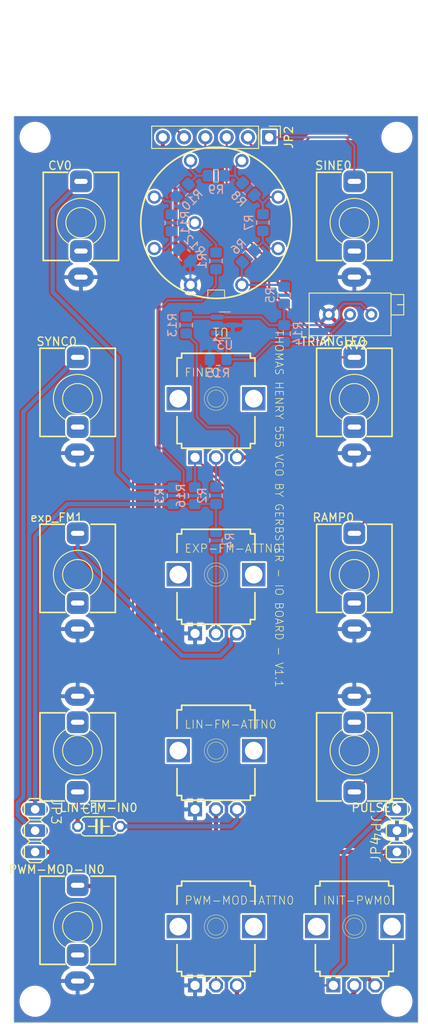
<source format=kicad_pcb>
(kicad_pcb (version 20240108) (generator "pcbnew") (generator_version "8.0")
  (layers (0 "F.Cu" signal) (31 "B.Cu" signal) (34 "B.Paste" user) (35 "F.Paste" user) (36 "B.SilkS" user "B.Silkscreen") (37 "F.SilkS" user "F.Silkscreen") (38 "B.Mask" user) (39 "F.Mask" user) (44 "Edge.Cuts" user))
  (net 0 "")
  (net 1 "GND")
  (net 2 "+12V")
  (net 3 "-12V")
  (net 4 "Net-(C1-Pad1)")
  (net 5 "Net-(LIN-FM-ATTN0-E)")
  (net 6 "Net-(CV0-PadT)")
  (net 8 "Net-(EXP-FM-ATTN0-S)")
  (net 9 "Net-(FINE0-S)")
  (net 10 "/PULSE-WIDTH")
  (net 11 "/RAMP-OUT")
  (net 12 "/SINE-OUT")
  (net 13 "/PWM-IN")
  (net 14 "/PULSE-OUT")
  (net 15 "/TRI-OUT")
  (net 16 "/HARD-SYNC")
  (net 17 "/MULTI-IN")
  (net 18 "/LIN-FM")
  (net 19 "Net-(PWM-MOD-ATTN0-E)")
  (net 20 "Net-(U1-8_CW)")
  (net 21 "Net-(U3-K)")
  (net 22 "Net-(R6-Pad1)")
  (net 23 "Net-(R7-Pad1)")
  (net 24 "Net-(R8-Pad1)")
  (net 25 "Net-(R10-Pad2)")
  (net 26 "Net-(R10-Pad1)")
  (net 27 "Net-(R11-Pad1)")
  (net 28 "Net-(U3-REF)")
  (net 36 "Net-(U1-C)")
  (net 37 "Net-(EXP-FM-ATTN0-E)")
  (footprint "AudioJacks:Jack_3.5mm_QingPu_WQP-PJ398SM_Vertical" (layer "F.Cu") (at 150.74 113.385 180)
    (property "Reference" "PULSE0" (at -2.5 -6.8 180) (layer "F.SilkS"))
    (property "Value" "PJ301BMPJ301BM")
    (pad "S" thru_hole oval (at 0 6.48 180) (size 3.1 2.3) (drill oval 1.6 0.6) (layers "*.Cu" "*.Mask") (net 1 "GND"))
    (pad "T" thru_hole roundrect (at 0 -4.92 180) (size 2.6 2.6) (drill oval 1.6 0.6) (layers "*.Cu" "*.Mask") (net 14 "/PULSE-OUT"))
    (pad "TN" thru_hole roundrect (at 0 3.38 180) (size 2.6 2.6) (drill oval 1.6 0.6) (layers "*.Cu" "*.Mask"))
  )
  (footprint "" (layer "F.Cu") (at 155.82 143.23 -90)
    (property "Reference" "@HOLE3" (hide yes))
    (property "Value" "")
    (pad "" np_thru_hole circle (at 0 0 270) (size 3.2131 3.2131) (drill 3.2131) (layers "*.Cu" "*.Mask"))
  )
  (footprint "AudioJacks:Jack_3.5mm_QingPu_WQP-PJ398SM_Vertical" (layer "F.Cu") (at 117.72 92.43)
    (property "Reference" "exp_FM1" (at -2.5 -6.8 0) (layer "F.SilkS"))
    (property "Value" "PJ301BMPJ301BM")
    (pad "S" thru_hole oval (at 0 6.48) (size 3.1 2.3) (drill oval 1.6 0.6) (layers "*.Cu" "*.Mask") (net 1 "GND"))
    (pad "T" thru_hole roundrect (at 0 -4.92) (size 2.6 2.6) (drill oval 1.6 0.6) (layers "*.Cu" "*.Mask") (net 37 "Net-(EXP-FM-ATTN0-E)"))
    (pad "TN" thru_hole roundrect (at 0 3.38) (size 2.6 2.6) (drill oval 1.6 0.6) (layers "*.Cu" "*.Mask"))
  )
  (footprint "AudioJacks:Jack_3.5mm_QingPu_WQP-PJ398SM_Vertical" (layer "F.Cu") (at 117.72 134.34)
    (property "Reference" "PWM-MOD-IN0" (at -2.5 -6.8 0) (layer "F.SilkS"))
    (property "Value" "PJ301BMPJ301BM")
    (pad "S" thru_hole oval (at 0 6.48) (size 3.1 2.3) (drill oval 1.6 0.6) (layers "*.Cu" "*.Mask") (net 1 "GND"))
    (pad "T" thru_hole roundrect (at 0 -4.92) (size 2.6 2.6) (drill oval 1.6 0.6) (layers "*.Cu" "*.Mask") (net 19 "Net-(PWM-MOD-ATTN0-E)"))
    (pad "TN" thru_hole roundrect (at 0 3.38) (size 2.6 2.6) (drill oval 1.6 0.6) (layers "*.Cu" "*.Mask"))
  )
  (footprint "ioboard:EVUF" (layer "F.Cu") (at 134.23 134.34)
    (property "Reference" "PWM-MOD-ATTN0" (at -3.81 -2.54 0) (layer "F.SilkS") (effects (font (size 0.981456 0.981456) (thickness 0.085344)) (justify left bottom)))
    (property "Value" "100k")
    (pad "1" thru_hole rect (at -2.5 7 270) (size 1.6764 1.6764) (drill 1.1) (layers "*.Cu" "*.Mask") (net 1 "GND"))
    (pad "2" thru_hole roundrect (at 0 7 270) (size 1.6764 1.6764) (drill 1.1) (layers "*.Cu" "*.Mask") (chamfer_ratio 0.2928932188) (chamfer top_left top_right bottom_left bottom_right) (net 13 "/PWM-IN"))
    (pad "3" thru_hole roundrect (at 2.5 7 270) (size 1.6764 1.6764) (drill 1.1) (layers "*.Cu" "*.Mask") (chamfer_ratio 0.2928932188) (chamfer top_left top_right bottom_left bottom_right) (net 19 "Net-(PWM-MOD-ATTN0-E)"))
    (pad "M1" thru_hole rect (at 4.5 0 270) (size 2.8 2.8) (drill 2.1) (layers "*.Cu" "*.Mask"))
    (pad "M2" thru_hole rect (at -4.5 0 270) (size 2.8 2.8) (drill 2.1) (layers "*.Cu" "*.Mask"))
  )
  (footprint "AudioJacks:Jack_3.5mm_QingPu_WQP-PJ398SM_Vertical" (layer "F.Cu") (at 117.72 113.385 180)
    (property "Reference" "LIN-FM-IN0" (at -2.5 -6.8 0) (layer "F.SilkS"))
    (property "Value" "PJ301BMPJ301BM")
    (pad "S" thru_hole oval (at 0 6.48 180) (size 3.1 2.3) (drill oval 1.6 0.6) (layers "*.Cu" "*.Mask") (net 1 "GND"))
    (pad "T" thru_hole roundrect (at 0 -4.92 180) (size 2.6 2.6) (drill oval 1.6 0.6) (layers "*.Cu" "*.Mask") (net 4 "Net-(C1-Pad1)"))
    (pad "TN" thru_hole roundrect (at 0 3.38 180) (size 2.6 2.6) (drill oval 1.6 0.6) (layers "*.Cu" "*.Mask"))
  )
  (footprint "1UserLibrary:RS16_8PST_Rotary_Switch" (layer "F.Cu") (at 134.255037 50.533468 180)
    (property "Reference" "U1" (at -0.5 -13 180) (layer "F.SilkS") (effects (font (thickness 0.1))))
    (property "Value" "~")
    (pad "1" thru_hole circle (at 3.061468 -7.391037 180) (size 1.6 1.6) (drill 1) (layers "*.Cu" "*.Mask") (net 1 "GND"))
    (pad "2" thru_hole circle (at 7.391037 -3.061468 180) (size 1.6 1.6) (drill 1) (layers "*.Cu" "*.Mask") (net 27 "Net-(R11-Pad1)"))
    (pad "3" thru_hole circle (at 7.391037 3.061468 180) (size 1.6 1.6) (drill 1) (layers "*.Cu" "*.Mask") (net 26 "Net-(R10-Pad1)"))
    (pad "4" thru_hole circle (at 3.061468 7.391037 180) (size 1.6 1.6) (drill 1) (layers "*.Cu" "*.Mask") (net 25 "Net-(R10-Pad2)"))
    (pad "5" thru_hole circle (at -3.061468 7.391037 180) (size 1.6 1.6) (drill 1) (layers "*.Cu" "*.Mask") (net 24 "Net-(R8-Pad1)"))
    (pad "6" thru_hole circle (at -7.391037 3.061468 180) (size 1.6 1.6) (drill 1) (layers "*.Cu" "*.Mask") (net 23 "Net-(R7-Pad1)"))
    (pad "7" thru_hole circle (at -7.391037 -3.061468 180) (size 1.6 1.6) (drill 1) (layers "*.Cu" "*.Mask") (net 22 "Net-(R6-Pad1)"))
    (pad "8" thru_hole circle (at -3.061468 -7.391037 180) (size 1.6 1.6) (drill 1) (layers "*.Cu" "*.Mask") (net 20 "Net-(U1-8_CW)"))
    (pad "9" thru_hole circle (at 2.56 0 180) (size 1.6 1.6) (drill 1) (layers "*.Cu" "*.Mask") (net 36 "Net-(U1-C)"))
  )
  (footprint "ioboard:1X03" (layer "F.Cu") (at 155.82 122.91 90)
    (property "Reference" "JP4" (at -3.8862 -1.8288 90) (layer "F.SilkS") (effects (font (size 1.143 1.143) (thickness 0.127)) (justify left bottom)))
    (property "Value" "PINHD-1X3")
    (pad "1" thru_hole oval (at -2.54 0 180) (size 3.048 1.524) (drill 1.016) (layers "*.Cu" "*.Mask") (net 2 "+12V"))
    (pad "2" thru_hole oval (at 0 0 180) (size 3.048 1.524) (drill 1.016) (layers "*.Cu" "*.Mask") (net 1 "GND"))
    (pad "3" thru_hole oval (at 2.54 0 180) (size 3.048 1.524) (drill 1.016) (layers "*.Cu" "*.Mask") (net 3 "-12V"))
  )
  (footprint "Potentiometer_THT:Potentiometer_Bourns_3296X_Horizontal" (layer "F.Cu") (at 147.692 61.442 180)
    (property "Reference" "RV2" (at -3.3 -3.66 180) (layer "F.SilkS"))
    (property "Value" "R_10k_Trim")
    (pad "1" thru_hole circle (at 0 0 180) (size 1.44 1.44) (drill 0.8) (layers "*.Cu" "*.Mask") (net 1 "GND"))
    (pad "2" thru_hole circle (at -2.54 0 180) (size 1.44 1.44) (drill 0.8) (layers "*.Cu" "*.Mask") (net 28 "Net-(U3-REF)"))
    (pad "3" thru_hole circle (at -5.08 0 180) (size 1.44 1.44) (drill 0.8) (layers "*.Cu" "*.Mask") (net 21 "Net-(U3-K)"))
  )
  (footprint "AudioJacks:Jack_3.5mm_QingPu_WQP-PJ398SM_Vertical" (layer "F.Cu") (at 150.74 71.475)
    (property "Reference" "TRIANGLE0" (at -2.5 -6.8 0) (layer "F.SilkS"))
    (property "Value" "PJ301BMPJ301BM")
    (pad "S" thru_hole oval (at 0 6.48) (size 3.1 2.3) (drill oval 1.6 0.6) (layers "*.Cu" "*.Mask") (net 1 "GND"))
    (pad "T" thru_hole roundrect (at 0 -4.92) (size 2.6 2.6) (drill oval 1.6 0.6) (layers "*.Cu" "*.Mask") (net 15 "/TRI-OUT"))
    (pad "TN" thru_hole roundrect (at 0 3.38) (size 2.6 2.6) (drill oval 1.6 0.6) (layers "*.Cu" "*.Mask"))
  )
  (footprint "Connector_PinHeader_2.54mm:PinHeader_1x06_P2.54mm_Vertical" (layer "F.Cu") (at 140.581489 40.35107 -90)
    (property "Reference" "JP2" (at 0 -2.33 90) (layer "F.SilkS"))
    (property "Value" "PINHD-1X6")
    (pad "1" thru_hole rect (at 0 0 270) (size 1.7 1.7) (drill 1) (layers "*.Cu" "*.Mask") (net 12 "/SINE-OUT"))
    (pad "2" thru_hole oval (at 0 2.54 270) (size 1.7 1.7) (drill 1) (layers "*.Cu" "*.Mask") (net 14 "/PULSE-OUT"))
    (pad "3" thru_hole oval (at 0 5.08 270) (size 1.7 1.7) (drill 1) (layers "*.Cu" "*.Mask") (net 11 "/RAMP-OUT"))
    (pad "4" thru_hole oval (at 0 7.62 270) (size 1.7 1.7) (drill 1) (layers "*.Cu" "*.Mask") (net 15 "/TRI-OUT"))
    (pad "5" thru_hole oval (at 0 10.16 270) (size 1.7 1.7) (drill 1) (layers "*.Cu" "*.Mask") (net 13 "/PWM-IN"))
    (pad "6" thru_hole oval (at 0 12.7 270) (size 1.7 1.7) (drill 1) (layers "*.Cu" "*.Mask") (net 10 "/PULSE-WIDTH"))
  )
  (footprint "ioboard:EVUF" (layer "F.Cu") (at 150.74 134.34)
    (property "Reference" "INIT-PWM0" (at -3.81 -2.54 0) (layer "F.SilkS") (effects (font (size 0.981456 0.981456) (thickness 0.085344)) (justify left bottom)))
    (property "Value" "100k")
    (pad "1" thru_hole rect (at -2.5 7 270) (size 1.6764 1.6764) (drill 1.1) (layers "*.Cu" "*.Mask") (net 3 "-12V"))
    (pad "2" thru_hole roundrect (at 0 7 270) (size 1.6764 1.6764) (drill 1.1) (layers "*.Cu" "*.Mask") (chamfer_ratio 0.2928932188) (chamfer top_left top_right bottom_left bottom_right) (net 10 "/PULSE-WIDTH"))
    (pad "3" thru_hole roundrect (at 2.5 7 270) (size 1.6764 1.6764) (drill 1.1) (layers "*.Cu" "*.Mask") (chamfer_ratio 0.2928932188) (chamfer top_left top_right bottom_left bottom_right) (net 2 "+12V"))
    (pad "M1" thru_hole rect (at 4.5 0 270) (size 2.8 2.8) (drill 2.1) (layers "*.Cu" "*.Mask"))
    (pad "M2" thru_hole rect (at -4.5 0 270) (size 2.8 2.8) (drill 2.1) (layers "*.Cu" "*.Mask"))
  )
  (footprint "" (layer "F.Cu") (at 155.82 40.36 -90)
    (property "Reference" "@HOLE0" (hide yes))
    (property "Value" "")
    (pad "" np_thru_hole circle (at 0 0 270) (size 3.2131 3.2131) (drill 3.2131) (layers "*.Cu" "*.Mask"))
  )
  (footprint "ioboard:EVUF" (layer "F.Cu") (at 134.23 92.43)
    (property "Reference" "EXP-FM-ATTN0" (at -3.81 -2.54 0) (layer "F.SilkS") (effects (font (size 0.981456 0.981456) (thickness 0.085344)) (justify left bottom)))
    (property "Value" "100k")
    (pad "1" thru_hole rect (at -2.5 7 270) (size 1.6764 1.6764) (drill 1.1) (layers "*.Cu" "*.Mask") (net 1 "GND"))
    (pad "2" thru_hole roundrect (at 0 7 270) (size 1.6764 1.6764) (drill 1.1) (layers "*.Cu" "*.Mask") (chamfer_ratio 0.2928932188) (chamfer top_left top_right bottom_left bottom_right) (net 8 "Net-(EXP-FM-ATTN0-S)"))
    (pad "3" thru_hole roundrect (at 2.5 7 270) (size 1.6764 1.6764) (drill 1.1) (layers "*.Cu" "*.Mask") (chamfer_ratio 0.2928932188) (chamfer top_left top_right bottom_left bottom_right) (net 37 "Net-(EXP-FM-ATTN0-E)"))
    (pad "M1" thru_hole rect (at 4.5 0 270) (size 2.8 2.8) (drill 2.1) (layers "*.Cu" "*.Mask"))
    (pad "M2" thru_hole rect (at -4.5 0 270) (size 2.8 2.8) (drill 2.1) (layers "*.Cu" "*.Mask"))
  )
  (footprint "" (layer "F.Cu") (at 112.64 143.23 -90)
    (property "Reference" "@HOLE2" (hide yes))
    (property "Value" "")
    (pad "" np_thru_hole circle (at 0 0 270) (size 3.2131 3.2131) (drill 3.2131) (layers "*.Cu" "*.Mask"))
  )
  (footprint "AudioJacks:Jack_3.5mm_QingPu_WQP-PJ398SM_Vertical" (layer "F.Cu") (at 117.72 71.475)
    (property "Reference" "SYNC0" (at -2.5 -6.8 0) (layer "F.SilkS"))
    (property "Value" "PJ301BMPJ301BM")
    (pad "S" thru_hole oval (at 0 6.48) (size 3.1 2.3) (drill oval 1.6 0.6) (layers "*.Cu" "*.Mask") (net 1 "GND"))
    (pad "T" thru_hole roundrect (at 0 -4.92) (size 2.6 2.6) (drill oval 1.6 0.6) (layers "*.Cu" "*.Mask") (net 16 "/HARD-SYNC"))
    (pad "TN" thru_hole roundrect (at 0 3.38) (size 2.6 2.6) (drill oval 1.6 0.6) (layers "*.Cu" "*.Mask"))
  )
  (footprint "ioboard:EVUF" (layer "F.Cu") (at 134.23 113.385)
    (property "Reference" "LIN-FM-ATTN0" (at -3.81 -2.54 0) (layer "F.SilkS") (effects (font (size 0.981456 0.981456) (thickness 0.085344)) (justify left bottom)))
    (property "Value" "100k")
    (pad "1" thru_hole rect (at -2.5 7 270) (size 1.6764 1.6764) (drill 1.1) (layers "*.Cu" "*.Mask") (net 1 "GND"))
    (pad "2" thru_hole roundrect (at 0 7 270) (size 1.6764 1.6764) (drill 1.1) (layers "*.Cu" "*.Mask") (chamfer_ratio 0.2928932188) (chamfer top_left top_right bottom_left bottom_right) (net 18 "/LIN-FM"))
    (pad "3" thru_hole roundrect (at 2.5 7 270) (size 1.6764 1.6764) (drill 1.1) (layers "*.Cu" "*.Mask") (chamfer_ratio 0.2928932188) (chamfer top_left top_right bottom_left bottom_right) (net 5 "Net-(LIN-FM-ATTN0-E)"))
    (pad "M1" thru_hole rect (at 4.5 0 270) (size 2.8 2.8) (drill 2.1) (layers "*.Cu" "*.Mask"))
    (pad "M2" thru_hole rect (at -4.5 0 270) (size 2.8 2.8) (drill 2.1) (layers "*.Cu" "*.Mask"))
  )
  (footprint "ioboard:EVUF" (layer "F.Cu") (at 134.23 71.475)
    (property "Reference" "FINE0" (at -3.81 -2.54 0) (layer "F.SilkS") (effects (font (size 0.981456 0.981456) (thickness 0.085344)) (justify left bottom)))
    (property "Value" "100k")
    (pad "1" thru_hole rect (at -2.5 7 270) (size 1.6764 1.6764) (drill 1.1) (layers "*.Cu" "*.Mask") (net 3 "-12V"))
    (pad "2" thru_hole roundrect (at 0 7 270) (size 1.6764 1.6764) (drill 1.1) (layers "*.Cu" "*.Mask") (chamfer_ratio 0.2928932188) (chamfer top_left top_right bottom_left bottom_right) (net 9 "Net-(FINE0-S)"))
    (pad "3" thru_hole roundrect (at 2.5 7 270) (size 1.6764 1.6764) (drill 1.1) (layers "*.Cu" "*.Mask") (chamfer_ratio 0.2928932188) (chamfer top_left top_right bottom_left bottom_right) (net 2 "+12V"))
    (pad "M1" thru_hole rect (at 4.5 0 270) (size 2.8 2.8) (drill 2.1) (layers "*.Cu" "*.Mask"))
    (pad "M2" thru_hole rect (at -4.5 0 270) (size 2.8 2.8) (drill 2.1) (layers "*.Cu" "*.Mask"))
  )
  (footprint "AudioJacks:Jack_3.5mm_QingPu_WQP-PJ398SM_Vertical" (layer "F.Cu") (at 150.74 50.52)
    (property "Reference" "SINE0" (at -2.5 -6.8 0) (layer "F.SilkS"))
    (property "Value" "PJ301BMPJ301BM")
    (pad "S" thru_hole oval (at 0 6.48) (size 3.1 2.3) (drill oval 1.6 0.6) (layers "*.Cu" "*.Mask") (net 1 "GND"))
    (pad "T" thru_hole roundrect (at 0 -4.92) (size 2.6 2.6) (drill oval 1.6 0.6) (layers "*.Cu" "*.Mask") (net 12 "/SINE-OUT"))
    (pad "TN" thru_hole roundrect (at 0 3.38) (size 2.6 2.6) (drill oval 1.6 0.6) (layers "*.Cu" "*.Mask"))
  )
  (footprint "AudioJacks:Jack_3.5mm_QingPu_WQP-PJ398SM_Vertical" (layer "F.Cu") (at 118.111 50.52)
    (property "Reference" "CV0" (at -2.5 -6.8 0) (layer "F.SilkS"))
    (property "Value" "PJ301BMPJ301BM")
    (pad "S" thru_hole oval (at 0 6.48) (size 3.1 2.3) (drill oval 1.6 0.6) (layers "*.Cu" "*.Mask") (net 1 "GND"))
    (pad "T" thru_hole roundrect (at 0 -4.92) (size 2.6 2.6) (drill oval 1.6 0.6) (layers "*.Cu" "*.Mask") (net 6 "Net-(CV0-PadT)"))
    (pad "TN" thru_hole roundrect (at 0 3.38) (size 2.6 2.6) (drill oval 1.6 0.6) (layers "*.Cu" "*.Mask"))
  )
  (footprint "ioboard:1X03" (layer "F.Cu") (at 112.64 122.91 -90)
    (property "Reference" "JP3" (at -3.8862 -1.8288 -90) (layer "F.SilkS") (effects (font (size 1.143 1.143) (thickness 0.127)) (justify left bottom)))
    (property "Value" "PINHD-1X3")
    (pad "1" thru_hole oval (at -2.54 0) (size 3.048 1.524) (drill 1.016) (layers "*.Cu" "*.Mask") (net 17 "/MULTI-IN"))
    (pad "2" thru_hole oval (at 0 0) (size 3.048 1.524) (drill 1.016) (layers "*.Cu" "*.Mask") (net 16 "/HARD-SYNC"))
    (pad "3" thru_hole oval (at 2.54 0) (size 3.048 1.524) (drill 1.016) (layers "*.Cu" "*.Mask") (net 18 "/LIN-FM"))
  )
  (footprint "ioboard:1X03" (layer "F.Cu") (at 155.82 122.91 90)
    (property "Reference" "JP4" (at -1.3462 -1.8288 -90) (layer "F.SilkS") (effects (font (size 1.1557 1.1557) (thickness 0.1143)) (justify right top)))
    (property "Value" "")
    (pad "1" thru_hole oval (at -2.54 0 180) (size 3.048 1.524) (drill 1.016) (layers "*.Cu" "*.Mask") (net 2 "+12V"))
    (pad "2" thru_hole oval (at 0 0 180) (size 3.048 1.524) (drill 1.016) (layers "*.Cu" "*.Mask") (net 1 "GND"))
    (pad "3" thru_hole oval (at 2.54 0 180) (size 3.048 1.524) (drill 1.016) (layers "*.Cu" "*.Mask") (net 3 "-12V"))
  )
  (footprint "AudioJacks:Jack_3.5mm_QingPu_WQP-PJ398SM_Vertical" (layer "F.Cu") (at 150.74 92.43)
    (property "Reference" "RAMP0" (at -2.5 -6.8 0) (layer "F.SilkS"))
    (property "Value" "PJ301BMPJ301BM")
    (pad "S" thru_hole oval (at 0 6.48) (size 3.1 2.3) (drill oval 1.6 0.6) (layers "*.Cu" "*.Mask") (net 1 "GND"))
    (pad "T" thru_hole roundrect (at 0 -4.92) (size 2.6 2.6) (drill oval 1.6 0.6) (layers "*.Cu" "*.Mask") (net 11 "/RAMP-OUT"))
    (pad "TN" thru_hole roundrect (at 0 3.38) (size 2.6 2.6) (drill oval 1.6 0.6) (layers "*.Cu" "*.Mask"))
  )
  (footprint "ioboard:C050-024X044" (layer "F.Cu") (at 120.26 122.402)
    (property "Reference" "C1" (at -2.159 -1.397 0) (layer "F.SilkS") (effects (font (size 1.143 1.143) (thickness 0.127)) (justify left bottom)))
    (property "Value" ".22uf")
    (pad "1" thru_hole roundrect (at -2.54 0) (size 1.3208 1.3208) (drill 0.8128) (layers "*.Cu" "*.Mask") (chamfer_ratio 0.2928932188) (chamfer top_left top_right bottom_left bottom_right) (net 4 "Net-(C1-Pad1)"))
    (pad "2" thru_hole roundrect (at 2.54 0) (size 1.3208 1.3208) (drill 0.8128) (layers "*.Cu" "*.Mask") (chamfer_ratio 0.2928932188) (chamfer top_left top_right bottom_left bottom_right) (net 5 "Net-(LIN-FM-ATTN0-E)"))
  )
  (footprint "" (layer "F.Cu") (at 112.64 40.36 -90)
    (property "Reference" "@HOLE1" (hide yes))
    (property "Value" "")
    (pad "" np_thru_hole circle (at 0 0 270) (size 3.2131 3.2131) (drill 3.2131) (layers "*.Cu" "*.Mask"))
  )
  (footprint "Resistor_SMD:R_0805_2012Metric_Pad1.20x1.40mm_HandSolder" (layer "B.Cu") (at 134.23 83.016 -90)
    (property "Reference" "R2" (at 0 1.65 90) (layer "B.SilkS") (effects (justify mirror)))
    (property "Value" "2.2M")
    (pad "1" smd roundrect (at -1 0 270) (size 1.2 1.4) (layers "B.Cu" "B.Paste" "B.Mask") (roundrect_rratio 0.208333) (net 9 "Net-(FINE0-S)"))
    (pad "2" smd roundrect (at 1 0 270) (size 1.2 1.4) (layers "B.Cu" "B.Paste" "B.Mask") (roundrect_rratio 0.208333) (net 17 "/MULTI-IN"))
  )
  (footprint "Resistor_SMD:R_0805_2012Metric_Pad1.20x1.40mm_HandSolder" (layer "B.Cu") (at 131.69 83.032 -90)
    (property "Reference" "R16" (at 0 1.65 90) (layer "B.SilkS") (effects (justify mirror)))
    (property "Value" "330k")
    (pad "1" smd roundrect (at -1 0 270) (size 1.2 1.4) (layers "B.Cu" "B.Paste" "B.Mask") (roundrect_rratio 0.208333) (net 3 "-12V"))
    (pad "2" smd roundrect (at 1 0 270) (size 1.2 1.4) (layers "B.Cu" "B.Paste" "B.Mask") (roundrect_rratio 0.208333) (net 17 "/MULTI-IN"))
  )
  (footprint "Resistor_SMD:R_0805_2012Metric_Pad1.20x1.40mm_HandSolder" (layer "B.Cu") (at 138.094893 54.529107 -135)
    (property "Reference" "R6" (at 0 1.65 45) (layer "B.SilkS") (effects (justify mirror)))
    (property "Value" "1k")
    (pad "1" smd roundrect (at -1 0 225) (size 1.2 1.4) (layers "B.Cu" "B.Paste" "B.Mask") (roundrect_rratio 0.208333) (net 22 "Net-(R6-Pad1)"))
    (pad "2" smd roundrect (at 1 0 225) (size 1.2 1.4) (layers "B.Cu" "B.Paste" "B.Mask") (roundrect_rratio 0.208333) (net 20 "Net-(U1-8_CW)"))
  )
  (footprint "Resistor_SMD:R_0805_2012Metric_Pad1.20x1.40mm_HandSolder" (layer "B.Cu") (at 130.674 62.712 -90)
    (property "Reference" "R13" (at 0 1.65 90) (layer "B.SilkS") (effects (justify mirror)))
    (property "Value" "1k2")
    (pad "1" smd roundrect (at -1 0 270) (size 1.2 1.4) (layers "B.Cu" "B.Paste" "B.Mask") (roundrect_rratio 0.208333) (net 21 "Net-(U3-K)"))
    (pad "2" smd roundrect (at 1 0 270) (size 1.2 1.4) (layers "B.Cu" "B.Paste" "B.Mask") (roundrect_rratio 0.208333) (net 2 "+12V"))
  )
  (footprint "Resistor_SMD:R_0805_2012Metric_Pad1.20x1.40mm_HandSolder" (layer "B.Cu") (at 138.094893 46.510893 -45)
    (property "Reference" "R8" (at 0 1.65 135) (layer "B.SilkS") (effects (justify mirror)))
    (property "Value" "1k")
    (pad "1" smd roundrect (at -1 0 315) (size 1.2 1.4) (layers "B.Cu" "B.Paste" "B.Mask") (roundrect_rratio 0.208333) (net 24 "Net-(R8-Pad1)"))
    (pad "2" smd roundrect (at 1 0 315) (size 1.2 1.4) (layers "B.Cu" "B.Paste" "B.Mask") (roundrect_rratio 0.208333) (net 23 "Net-(R7-Pad1)"))
  )
  (footprint "Resistor_SMD:R_0805_2012Metric_Pad1.20x1.40mm_HandSolder" (layer "B.Cu") (at 128.896 50.536 90)
    (property "Reference" "R11" (at 0 1.65 90) (layer "B.SilkS") (effects (justify mirror)))
    (property "Value" "1k")
    (pad "1" smd roundrect (at -1 0 90) (size 1.2 1.4) (layers "B.Cu" "B.Paste" "B.Mask") (roundrect_rratio 0.208333) (net 27 "Net-(R11-Pad1)"))
    (pad "2" smd roundrect (at 1 0 90) (size 1.2 1.4) (layers "B.Cu" "B.Paste" "B.Mask") (roundrect_rratio 0.208333) (net 26 "Net-(R10-Pad1)"))
  )
  (footprint "Resistor_SMD:R_0805_2012Metric_Pad1.20x1.40mm_HandSolder" (layer "B.Cu") (at 129.15 83.032 -90)
    (property "Reference" "R3" (at 0 1.65 90) (layer "B.SilkS") (effects (justify mirror)))
    (property "Value" "100k")
    (pad "1" smd roundrect (at -1 0 270) (size 1.2 1.4) (layers "B.Cu" "B.Paste" "B.Mask") (roundrect_rratio 0.208333) (net 6 "Net-(CV0-PadT)"))
    (pad "2" smd roundrect (at 1 0 270) (size 1.2 1.4) (layers "B.Cu" "B.Paste" "B.Mask") (roundrect_rratio 0.208333) (net 17 "/MULTI-IN"))
  )
  (footprint "Resistor_SMD:R_0805_2012Metric_Pad1.20x1.40mm_HandSolder" (layer "B.Cu") (at 130.474893 54.384893 135)
    (property "Reference" "R12" (at 0 1.65 135) (layer "B.SilkS") (effects (justify mirror)))
    (property "Value" "1k")
    (pad "1" smd roundrect (at -1 0 135) (size 1.2 1.4) (layers "B.Cu" "B.Paste" "B.Mask") (roundrect_rratio 0.208333) (net 1 "GND"))
    (pad "2" smd roundrect (at 1 0 135) (size 1.2 1.4) (layers "B.Cu" "B.Paste" "B.Mask") (roundrect_rratio 0.208333) (net 27 "Net-(R11-Pad1)"))
  )
  (footprint "Resistor_SMD:R_0805_2012Metric_Pad1.20x1.40mm_HandSolder" (layer "B.Cu") (at 130.220893 46.655107 45)
    (property "Reference" "R10" (at 0 1.65 45) (layer "B.SilkS") (effects (justify mirror)))
    (property "Value" "1k")
    (pad "1" smd roundrect (at -1 0 45) (size 1.2 1.4) (layers "B.Cu" "B.Paste" "B.Mask") (roundrect_rratio 0.208333) (net 26 "Net-(R10-Pad1)"))
    (pad "2" smd roundrect (at 1 0 45) (size 1.2 1.4) (layers "B.Cu" "B.Paste" "B.Mask") (roundrect_rratio 0.208333) (net 25 "Net-(R10-Pad2)"))
  )
  (footprint "Resistor_SMD:R_0805_2012Metric_Pad1.20x1.40mm_HandSolder" (layer "B.Cu") (at 134.246 44.932)
    (property "Reference" "R9" (at 0 1.65 0) (layer "B.SilkS") (effects (justify mirror)))
    (property "Value" "1k")
    (pad "1" smd roundrect (at -1 0) (size 1.2 1.4) (layers "B.Cu" "B.Paste" "B.Mask") (roundrect_rratio 0.208333) (net 25 "Net-(R10-Pad2)"))
    (pad "2" smd roundrect (at 1 0) (size 1.2 1.4) (layers "B.Cu" "B.Paste" "B.Mask") (roundrect_rratio 0.208333) (net 24 "Net-(R8-Pad1)"))
  )
  (footprint "Resistor_SMD:R_0805_2012Metric_Pad1.20x1.40mm_HandSolder" (layer "B.Cu") (at 134.23 55.076 -90)
    (property "Reference" "R1" (at 0 1.65 90) (layer "B.SilkS") (effects (justify mirror)))
    (property "Value" "100k")
    (pad "1" smd roundrect (at -1 0 270) (size 1.2 1.4) (layers "B.Cu" "B.Paste" "B.Mask") (roundrect_rratio 0.208333) (net 36 "Net-(U1-C)"))
    (pad "2" smd roundrect (at 1 0 270) (size 1.2 1.4) (layers "B.Cu" "B.Paste" "B.Mask") (roundrect_rratio 0.208333) (net 17 "/MULTI-IN"))
  )
  (footprint "Package_TO_SOT_SMD:SOT-23" (layer "B.Cu") (at 135.2925 62.712)
    (property "Reference" "U3" (at 0 2.4 180) (layer "B.SilkS") (effects (justify mirror)))
    (property "Value" "TL431DBZ")
    (pad "1" smd roundrect (at -0.9375 -0.95) (size 1.475 0.6) (layers "B.Cu" "B.Paste" "B.Mask") (net 21 "Net-(U3-K)"))
    (pad "2" smd roundrect (at -0.9375 0.95) (size 1.475 0.6) (layers "B.Cu" "B.Paste" "B.Mask") (net 28 "Net-(U3-REF)"))
    (pad "3" smd roundrect (at 0.9375 0) (size 1.475 0.6) (layers "B.Cu" "B.Paste" "B.Mask") (net 1 "GND"))
  )
  (footprint "Resistor_SMD:R_0805_2012Metric_Pad1.20x1.40mm_HandSolder" (layer "B.Cu") (at 142.358 63.728 90)
    (property "Reference" "R14" (at 0 1.65 90) (layer "B.SilkS") (effects (justify mirror)))
    (property "Value" "DNP")
    (pad "1" smd roundrect (at -1 0 90) (size 1.2 1.4) (layers "B.Cu" "B.Paste" "B.Mask") (roundrect_rratio 0.208333) (net 28 "Net-(U3-REF)"))
    (pad "2" smd roundrect (at 1 0 90) (size 1.2 1.4) (layers "B.Cu" "B.Paste" "B.Mask") (roundrect_rratio 0.208333) (net 21 "Net-(U3-K)"))
  )
  (footprint "Resistor_SMD:R_0805_2012Metric_Pad1.20x1.40mm_HandSolder" (layer "B.Cu") (at 139.818 50.504 -90)
    (property "Reference" "R7" (at 0 1.65 90) (layer "B.SilkS") (effects (justify mirror)))
    (property "Value" "1k")
    (pad "1" smd roundrect (at -1 0 270) (size 1.2 1.4) (layers "B.Cu" "B.Paste" "B.Mask") (roundrect_rratio 0.208333) (net 23 "Net-(R7-Pad1)"))
    (pad "2" smd roundrect (at 1 0 270) (size 1.2 1.4) (layers "B.Cu" "B.Paste" "B.Mask") (roundrect_rratio 0.208333) (net 22 "Net-(R6-Pad1)"))
  )
  (footprint "Resistor_SMD:R_0805_2012Metric_Pad1.20x1.40mm_HandSolder" (layer "B.Cu") (at 134.23 88.366 90)
    (property "Reference" "R4" (at 0 1.65 90) (layer "B.SilkS") (effects (justify mirror)))
    (property "Value" "100k")
    (pad "1" smd roundrect (at -1 0 90) (size 1.2 1.4) (layers "B.Cu" "B.Paste" "B.Mask") (roundrect_rratio 0.208333) (net 8 "Net-(EXP-FM-ATTN0-S)"))
    (pad "2" smd roundrect (at 1 0 90) (size 1.2 1.4) (layers "B.Cu" "B.Paste" "B.Mask") (roundrect_rratio 0.208333) (net 17 "/MULTI-IN"))
  )
  (footprint "Resistor_SMD:R_0805_2012Metric_Pad1.20x1.40mm_HandSolder" (layer "B.Cu") (at 134.484 66.776)
    (property "Reference" "R15" (at 0 1.65 0) (layer "B.SilkS") (effects (justify mirror)))
    (property "Value" "DNP")
    (pad "1" smd roundrect (at -1 0) (size 1.2 1.4) (layers "B.Cu" "B.Paste" "B.Mask") (roundrect_rratio 0.208333) (net 1 "GND"))
    (pad "2" smd roundrect (at 1 0) (size 1.2 1.4) (layers "B.Cu" "B.Paste" "B.Mask") (roundrect_rratio 0.208333) (net 28 "Net-(U3-REF)"))
  )
  (footprint "Resistor_SMD:R_0805_2012Metric_Pad1.20x1.40mm_HandSolder" (layer "B.Cu") (at 142.358 59.156 -90)
    (property "Reference" "R5" (at 0 1.65 90) (layer "B.SilkS") (effects (justify mirror)))
    (property "Value" "1k")
    (pad "1" smd roundrect (at -1 0 270) (size 1.2 1.4) (layers "B.Cu" "B.Paste" "B.Mask") (roundrect_rratio 0.208333) (net 20 "Net-(U1-8_CW)"))
    (pad "2" smd roundrect (at 1 0 270) (size 1.2 1.4) (layers "B.Cu" "B.Paste" "B.Mask") (roundrect_rratio 0.208333) (net 21 "Net-(U3-K)"))
  )
  (gr_line (start 110.1 37.82) (end 110.1 145.77) (stroke (width 0.05)) (layer "Edge.Cuts"))
  (gr_line (start 158.36 145.77) (end 158.36 37.82) (stroke (width 0.05)) (layer "Edge.Cuts"))
  (gr_line (start 110.1 145.77) (end 158.36 145.77) (stroke (width 0.05)) (layer "Edge.Cuts"))
  (gr_line (start 158.36 37.82) (end 110.1 37.82) (stroke (width 0.05)) (layer "Edge.Cuts"))
  (gr_text "THOMAS HENRY 555 VCO BY GERBSTER - IO BOARD - V1.1" (at 141.215 63.22 -90) (layer "F.SilkS") (effects (font (size 0.93472 0.93472) (thickness 0.08128)) (justify left bottom)))
  (segment (start 131.182 57.912936) (end 131.193569 57.924505) (width 0.25) (layer "B.Cu") (net 1))
  (segment (start 136.23 62.712) (end 133.538 62.712) (width 0.25) (layer "B.Cu") (net 1))
  (segment (start 133.538 62.712) (end 132.73 63.52) (width 0.25) (layer "B.Cu") (net 1))
  (segment (start 132.73 63.52) (end 132.73 65.02) (width 0.25) (layer "B.Cu") (net 1))
  (segment (start 131.182 55.092) (end 131.182 57.912936) (width 0.25) (layer "B.Cu") (net 1))
  (segment (start 133.2925 66.5845) (end 133.484 66.776) (width 0.25) (layer "B.Cu") (net 1))
  (segment (start 132.73 65.02) (end 133.484 65.774) (width 0.25) (layer "B.Cu") (net 1))
  (segment (start 133.484 65.774) (end 133.484 66.776) (width 0.25) (layer "B.Cu") (net 1))
  (segment (start 152.264 128.21084) (end 152.264 140.364) (width 0.5) (layer "F.Cu") (net 2))
  (segment (start 155.82 125.45) (end 148.2 125.45) (width 0.5) (layer "F.Cu") (net 2))
  (segment (start 140.565 78.475) (end 136.73 78.475) (width 0.5) (layer "F.Cu") (net 2))
  (segment (start 155.02484 125.45) (end 152.264 128.21084) (width 0.5) (layer "F.Cu") (net 2))
  (segment (start 140.58 78.46) (end 140.565 78.475) (width 0.5) (layer "F.Cu") (net 2))
  (segment (start 152.264 140.364) (end 153.24 141.34) (width 0.5) (layer "F.Cu") (net 2))
  (segment (start 155.82 125.45) (end 155.02484 125.45) (width 0.5) (layer "F.Cu") (net 2))
  (segment (start 148.2 125.45) (end 143.374 120.624) (width 0.5) (layer "F.Cu") (net 2))
  (segment (start 143.374 81.254) (end 140.58 78.46) (width 0.5) (layer "F.Cu") (net 2))
  (segment (start 143.374 120.624) (end 143.374 81.254) (width 0.5) (layer "F.Cu") (net 2))
  (segment (start 136.73 76.468) (end 136.73 78.475) (width 0.25) (layer "B.Cu") (net 2))
  (segment (start 130.674 63.712) (end 131.944 64.982) (width 0.25) (layer "B.Cu") (net 2))
  (segment (start 131.944 73.634) (end 133.214 74.904) (width 0.25) (layer "B.Cu") (net 2))
  (segment (start 135.754 74.904) (end 136.77 75.92) (width 0.25) (layer "B.Cu") (net 2))
  (segment (start 136.77 76.428) (end 136.73 76.468) (width 0.25) (layer "B.Cu") (net 2))
  (segment (start 131.944 64.982) (end 131.944 73.634) (width 0.25) (layer "B.Cu") (net 2))
  (segment (start 136.77 75.92) (end 136.77 76.428) (width 0.25) (layer "B.Cu") (net 2))
  (segment (start 133.214 74.904) (end 135.754 74.904) (width 0.25) (layer "B.Cu") (net 2))
  (segment (start 145.548 141.34) (end 148.24 141.34) (width 0.25) (layer "F.Cu") (net 3))
  (segment (start 142.358 138.15) (end 145.548 141.34) (width 0.25) (layer "F.Cu") (net 3))
  (segment (start 142.358 89.103) (end 142.358 138.15) (width 0.25) (layer "F.Cu") (net 3))
  (segment (start 131.73 78.475) (end 142.358 89.103) (width 0.25) (layer "F.Cu") (net 3))
  (segment (start 148.24 139.888) (end 148.24 141.34) (width 0.5) (layer "B.Cu") (net 3))
  (segment (start 131.73 81.992) (end 131.69 82.032) (width 0.25) (layer "B.Cu") (net 3))
  (segment (start 149.47 125.704) (end 149.47 138.658) (width 0.5) (layer "B.Cu") (net 3))
  (segment (start 154.804 120.37) (end 149.47 125.704) (width 0.5) (layer "B.Cu") (net 3))
  (segment (start 149.47 138.658) (end 148.24 139.888) (width 0.5) (layer "B.Cu") (net 3))
  (segment (start 131.73 78.475) (end 131.73 81.992) (width 0.25) (layer "B.Cu") (net 3))
  (segment (start 155.82 120.37) (end 154.804 120.37) (width 0.5) (layer "B.Cu") (net 3))
  (segment (start 117.72 118.305) (end 117.72 122.402) (width 0.5) (layer "F.Cu") (net 4))
  (segment (start 136.73 121.68) (end 136.008 122.402) (width 0.5) (layer "B.Cu") (net 5))
  (segment (start 136.008 122.402) (end 122.8 122.402) (width 0.5) (layer "B.Cu") (net 5))
  (segment (start 136.73 120.385) (end 136.73 121.68) (width 0.5) (layer "B.Cu") (net 5))
  (segment (start 114.73 48.981) (end 114.73 58.77) (width 0.5) (layer "B.Cu") (net 6))
  (segment (start 122.546 66.586) (end 122.546 80.238) (width 0.5) (layer "B.Cu") (net 6))
  (segment (start 124.34 82.032) (end 129.15 82.032) (width 0.5) (layer "B.Cu") (net 6))
  (segment (start 114.73 58.77) (end 122.546 66.586) (width 0.5) (layer "B.Cu") (net 6))
  (segment (start 118.111 45.6) (end 114.73 48.981) (width 0.5) (layer "B.Cu") (net 6))
  (segment (start 122.546 80.238) (end 124.34 82.032) (width 0.5) (layer "B.Cu") (net 6))
  (segment (start 134.23 89.366) (end 134.23 99.43) (width 0.25) (layer "B.Cu") (net 8))
  (segment (start 134.23 78.475) (end 134.23 82.016) (width 0.25) (layer "B.Cu") (net 9))
  (segment (start 127.372 102.844) (end 129.404 104.876) (width 0.5) (layer "F.Cu") (net 10))
  (segment (start 129.404 55.092) (end 127.372 57.124) (width 0.5) (layer "F.Cu") (net 10))
  (segment (start 129.404 45.44) (end 129.404 55.092) (width 0.5) (layer "F.Cu") (net 10))
  (segment (start 129.404 104.876) (end 138.548 104.876) (width 0.5) (layer "F.Cu") (net 10))
  (segment (start 141.088 107.416) (end 141.088 141.706) (width 0.5) (layer "F.Cu") (net 10))
  (segment (start 127.372 57.124) (end 127.372 102.844) (width 0.5) (layer "F.Cu") (net 10))
  (segment (start 127.881489 43.917489) (end 129.404 45.44) (width 0.5) (layer "F.Cu") (net 10))
  (segment (start 138.548 104.876) (end 141.088 107.416) (width 0.5) (layer "F.Cu") (net 10))
  (segment (start 141.088 141.706) (end 143.12 143.738) (width 0.5) (layer "F.Cu") (net 10))
  (segment (start 150.74 142.214) (end 150.74 141.34) (width 0.5) (layer "F.Cu") (net 10))
  (segment (start 143.12 143.738) (end 149.216 143.738) (width 0.5) (layer "F.Cu") (net 10))
  (segment (start 127.881489 40.35107) (end 127.881489 43.917489) (width 0.5) (layer "F.Cu") (net 10))
  (segment (start 149.216 143.738) (end 150.74 142.214) (width 0.5) (layer "F.Cu") (net 10))
  (segment (start 135.501489 46.457489) (end 137.278 48.234) (width 0.25) (layer "F.Cu") (net 11))
  (segment (start 141.596 57.886) (end 148.454 64.744) (width 0.25) (layer "F.Cu") (net 11))
  (segment (start 141.596 56.108) (end 141.596 57.886) (width 0.25) (layer "F.Cu") (net 11))
  (segment (start 137.278 48.234) (end 137.278 51.79) (width 0.25) (layer "F.Cu") (net 11))
  (segment (start 153.788 84.302) (end 150.74 87.35) (width 0.25) (layer "F.Cu") (net 11))
  (segment (start 150.74 87.35) (end 150.74 87.51) (width 0.25) (layer "F.Cu") (net 11))
  (segment (start 137.278 51.79) (end 141.596 56.108) (width 0.25) (layer "F.Cu") (net 11))
  (segment (start 152.518 64.744) (end 153.788 66.014) (width 0.25) (layer "F.Cu") (net 11))
  (segment (start 135.501489 40.35107) (end 135.501489 46.457489) (width 0.25) (layer "F.Cu") (net 11))
  (segment (start 148.454 64.744) (end 152.518 64.744) (width 0.25) (layer "F.Cu") (net 11))
  (segment (start 153.788 66.014) (end 153.788 84.302) (width 0.25) (layer "F.Cu") (net 11))
  (segment (start 140.581489 40.35107) (end 149.71507 40.35107) (width 0.25) (layer "B.Cu") (net 12))
  (segment (start 149.71507 40.35107) (end 150.74 41.376) (width 0.25) (layer "B.Cu") (net 12))
  (segment (start 150.74 41.376) (end 150.74 45.6) (width 0.25) (layer "B.Cu") (net 12))
  (segment (start 140.072 124.18) (end 138.04 126.212) (width 0.25) (layer "F.Cu") (net 13))
  (segment (start 128.652419 38.582) (end 125.848 38.582) (width 0.25) (layer "F.Cu") (net 13))
  (segment (start 134.992 126.212) (end 134.23 126.974) (width 0.25) (layer "F.Cu") (net 13))
  (segment (start 124.324 40.106) (end 124.324 112.75) (width 0.25) (layer "F.Cu") (net 13))
  (segment (start 138.04 126.212) (end 134.992 126.212) (width 0.25) (layer "F.Cu") (net 13))
  (segment (start 134.23 126.974) (end 134.23 141.34) (width 0.25) (layer "F.Cu") (net 13))
  (segment (start 125.848 38.582) (end 124.324 40.106) (width 0.25) (layer "F.Cu") (net 13))
  (segment (start 130.421489 40.35107) (end 128.652419 38.582) (width 0.25) (layer "F.Cu") (net 13))
  (segment (start 128.134 116.56) (end 137.278 116.56) (width 0.25) (layer "F.Cu") (net 13))
  (segment (start 140.072 119.354) (end 140.072 124.18) (width 0.25) (layer "F.Cu") (net 13))
  (segment (start 137.278 116.56) (end 140.072 119.354) (width 0.25) (layer "F.Cu") (net 13))
  (segment (start 124.324 112.75) (end 128.134 116.56) (width 0.25) (layer "F.Cu") (net 13))
  (segment (start 156.074 45.186) (end 151.248 40.36) (width 0.25) (layer "F.Cu") (net 14))
  (segment (start 156.074 112.971) (end 156.074 45.186) (width 0.25) (layer "F.Cu") (net 14))
  (segment (start 142.104 43.662) (end 140.834 43.662) (width 0.25) (layer "F.Cu") (net 14))
  (segment (start 140.834 43.662) (end 138.041489 40.869489) (width 0.25) (layer "F.Cu") (net 14))
  (segment (start 151.248 40.36) (end 145.406 40.36) (width 0.25) (layer "F.Cu") (net 14))
  (segment (start 145.406 40.36) (end 142.104 43.662) (width 0.25) (layer "F.Cu") (net 14))
  (segment (start 138.041489 40.869489) (end 138.041489 40.35107) (width 0.25) (layer "F.Cu") (net 14))
  (segment (start 150.74 118.305) (end 156.074 112.971) (width 0.25) (layer "F.Cu") (net 14))
  (segment (start 140.58 58.394) (end 148.741 66.555) (width 0.25) (layer "F.Cu") (net 15))
  (segment (start 148.741 66.555) (end 150.74 66.555) (width 0.25) (layer "F.Cu") (net 15))
  (segment (start 136.262 52.044) (end 140.58 56.362) (width 0.25) (layer "F.Cu") (net 15))
  (segment (start 136.262 48.234) (end 134.23 46.202) (width 0.25) (layer "F.Cu") (net 15))
  (segment (start 134.23 42.9) (end 132.961489 41.631489) (width 0.25) (layer "F.Cu") (net 15))
  (segment (start 140.58 56.362) (end 140.58 58.394) (width 0.25) (layer "F.Cu") (net 15))
  (segment (start 132.961489 41.631489) (end 132.961489 40.35107) (width 0.25) (layer "F.Cu") (net 15))
  (segment (start 134.23 46.202) (end 134.23 42.9) (width 0.25) (layer "F.Cu") (net 15))
  (segment (start 136.262 48.234) (end 136.262 52.044) (width 0.25) (layer "F.Cu") (net 15))
  (segment (start 117.72 66.555) (end 111.23 73.045) (width 0.5) (layer "B.Cu") (net 16))
  (segment (start 110.553803 121.043803) (end 112.42 122.91) (width 0.5) (layer "B.Cu") (net 16))
  (segment (start 112.42 122.91) (end 112.64 122.91) (width 0.5) (layer "B.Cu") (net 16))
  (segment (start 110.553803 119.596197) (end 110.553803 121.043803) (width 0.5) (layer "B.Cu") (net 16))
  (segment (start 111.23 73.045) (end 111.23 118.92) (width 0.5) (layer "B.Cu") (net 16))
  (segment (start 111.23 118.92) (end 110.553803 119.596197) (width 0.5) (layer "B.Cu") (net 16))
  (segment (start 127.23 76.895) (end 130.373835 80.038835) (width 0.2) (layer "B.Cu") (net 17))
  (segment (start 130.373835 83.925835) (end 130.48 84.032) (width 0.2) (layer "B.Cu") (net 17))
  (segment (start 128.48 59.77) (end 127.23 61.02) (width 0.2) (layer "B.Cu") (net 17))
  (segment (start 130.373835 80.038835) (end 130.373835 83.925835) (width 0.2) (layer "B.Cu") (net 17))
  (segment (start 116.466 84.032) (end 129.15 84.032) (width 0.5) (layer "B.Cu") (net 17))
  (segment (start 127.23 61.02) (end 127.23 76.895) (width 0.2) (layer "B.Cu") (net 17))
  (segment (start 129.15 84.032) (end 130.48 84.032) (width 0.25) (layer "B.Cu") (net 17))
  (segment (start 130.48 84.032) (end 131.69 84.032) (width 0.25) (layer "B.Cu") (net 17))
  (segment (start 112.64 87.858) (end 116.466 84.032) (width 0.5) (layer "B.Cu") (net 17))
  (segment (start 112.64 120.37) (end 112.64 87.858) (width 0.5) (layer "B.Cu") (net 17))
  (segment (start 134.23 58.02) (end 132.48 59.77) (width 0.2) (layer "B.Cu") (net 17))
  (segment (start 131.706 84.016) (end 131.69 84.032) (width 0.25) (layer "B.Cu") (net 17))
  (segment (start 134.23 56.076) (end 134.23 58.02) (width 0.2) (layer "B.Cu") (net 17))
  (segment (start 132.48 59.77) (end 128.48 59.77) (width 0.2) (layer "B.Cu") (net 17))
  (segment (start 134.23 84.016) (end 131.706 84.016) (width 0.25) (layer "B.Cu") (net 17))
  (segment (start 134.23 87.366) (end 134.23 84.016) (width 0.25) (layer "B.Cu") (net 17))
  (segment (start 131.944 125.45) (end 134.23 123.164) (width 0.5) (layer "F.Cu") (net 18))
  (segment (start 112.64 125.45) (end 131.944 125.45) (width 0.5) (layer "F.Cu") (net 18))
  (segment (start 134.23 123.164) (end 134.23 120.385) (width 0.5) (layer "F.Cu") (net 18))
  (segment (start 136.73 141.34) (end 136.73 142.508) (width 0.5) (layer "F.Cu") (net 19))
  (segment (start 124.832 140.436) (end 124.832 133.07) (width 0.5) (layer "F.Cu") (net 19))
  (segment (start 128.388 143.992) (end 124.832 140.436) (width 0.5) (layer "F.Cu") (net 19))
  (segment (start 124.832 133.07) (end 121.276 129.514) (width 0.5) (layer "F.Cu") (net 19))
  (segment (start 136.73 142.508) (end 135.246 143.992) (width 0.5) (layer "F.Cu") (net 19))
  (segment (start 121.276 129.514) (end 117.974 129.514) (width 0.5) (layer "F.Cu") (net 19))
  (segment (start 135.246 143.992) (end 128.388 143.992) (width 0.5) (layer "F.Cu") (net 19))
  (segment (start 137.316505 57.924505) (end 137.316505 55.307495) (width 0.25) (layer "B.Cu") (net 20))
  (segment (start 137.316505 57.924505) (end 142.126505 57.924505) (width 0.25) (layer "B.Cu") (net 20))
  (segment (start 137.316505 55.307495) (end 137.387786 55.236214) (width 0.25) (layer "B.Cu") (net 20))
  (segment (start 142.126505 57.924505) (end 142.358 58.156) (width 0.25) (layer "B.Cu") (net 20))
  (segment (start 147.692 62.712) (end 147.676 62.728) (width 0.25) (layer "B.Cu") (net 21))
  (segment (start 142.358 60.156) (end 142.358 62.728) (width 0.25) (layer "B.Cu") (net 21))
  (segment (start 140.596 62.728) (end 139.63 61.762) (width 0.25) (layer "B.Cu") (net 21))
  (segment (start 142.358 62.728) (end 140.596 62.728) (width 0.25) (layer "B.Cu") (net 21))
  (segment (start 148.962 60.68) (end 148.962 61.95) (width 0.25) (layer "B.Cu") (net 21))
  (segment (start 148.962 61.95) (end 148.2 62.712) (width 0.25) (layer "B.Cu") (net 21))
  (segment (start 134.355 61.762) (end 130.724 61.762) (width 0.25) (layer "B.Cu") (net 21))
  (segment (start 134.355 61.762) (end 139.63 61.762) (width 0.25) (layer "B.Cu") (net 21))
  (segment (start 147.676 62.728) (end 142.358 62.728) (width 0.25) (layer "B.Cu") (net 21))
  (segment (start 152.772 61.442) (end 151.502 60.172) (width 0.25) (layer "B.Cu") (net 21))
  (segment (start 130.724 61.762) (end 130.674 61.712) (width 0.2) (layer "B.Cu") (net 21))
  (segment (start 151.502 60.172) (end 149.47 60.172) (width 0.25) (layer "B.Cu") (net 21))
  (segment (start 149.47 60.172) (end 148.962 60.68) (width 0.25) (layer "B.Cu") (net 21))
  (segment (start 148.2 62.712) (end 147.692 62.712) (width 0.25) (layer "B.Cu") (net 21))
  (segment (start 138.802 53.822) (end 139.818 52.806) (width 0.25) (layer "B.Cu") (net 22))
  (segment (start 141.646074 53.594936) (end 140.606936 53.594936) (width 0.25) (layer "B.Cu") (net 22))
  (segment (start 139.818 52.806) (end 139.818 51.504) (width 0.25) (layer "B.Cu") (net 22))
  (segment (start 140.606936 53.594936) (end 139.818 52.806) (width 0.25) (layer "B.Cu") (net 22))
  (segment (start 139.818 49.504) (end 139.818 48.234) (width 0.25) (layer "B.Cu") (net 23))
  (segment (start 140.58 47.472) (end 139.818 48.234) (width 0.25) (layer "B.Cu") (net 23))
  (segment (start 141.646074 47.472) (end 140.58 47.472) (width 0.25) (layer "B.Cu") (net 23))
  (segment (start 139.818 48.234) (end 138.802 47.218) (width 0.25) (layer "B.Cu") (net 23))
  (segment (start 136.516 43.942936) (end 136.516 44.932) (width 0.25) (layer "B.Cu") (net 24))
  (segment (start 137.387786 45.803786) (end 136.516 44.932) (width 0.25) (layer "B.Cu") (net 24))
  (segment (start 137.316505 43.142431) (end 136.516 43.942936) (width 0.25) (layer "B.Cu") (net 24))
  (segment (start 136.516 44.932) (end 135.246 44.932) (width 0.25) (layer "B.Cu") (net 24))
  (segment (start 131.944 44.932) (end 130.928 45.948) (width 0.25) (layer "B.Cu") (net 25))
  (segment (start 131.193569 43.142431) (end 131.193569 44.181569) (width 0.25) (layer "B.Cu") (net 25))
  (segment (start 131.193569 44.181569) (end 131.944 44.932) (width 0.25) (layer "B.Cu") (net 25))
  (segment (start 133.246 44.932) (end 131.944 44.932) (width 0.25) (layer "B.Cu") (net 25))
  (segment (start 128.134 47.98) (end 128.642 47.98) (width 0.25) (layer "B.Cu") (net 26))
  (segment (start 128.896 48.234) (end 128.896 49.536) (width 0.25) (layer "B.Cu") (net 26))
  (segment (start 128.642 47.98) (end 128.896 48.234) (width 0.25) (layer "B.Cu") (net 26))
  (segment (start 126.864 47.472) (end 127.626 47.472) (width 0.25) (layer "B.Cu") (net 26))
  (segment (start 127.626 47.472) (end 128.134 47.98) (width 0.25) (layer "B.Cu") (net 26))
  (segment (start 128.896 47.98) (end 128.896 48.234) (width 0.25) (layer "B.Cu") (net 26))
  (segment (start 129.513786 47.362214) (end 128.896 47.98) (width 0.25) (layer "B.Cu") (net 26))
  (segment (start 128.896 51.536) (end 128.896 52.806) (width 0.25) (layer "B.Cu") (net 27))
  (segment (start 126.864 53.594936) (end 128.107064 53.594936) (width 0.25) (layer "B.Cu") (net 27))
  (segment (start 128.896 52.806) (end 129.767786 53.677786) (width 0.25) (layer "B.Cu") (net 27))
  (segment (start 128.107064 53.594936) (end 128.896 52.806) (width 0.25) (layer "B.Cu") (net 27))
  (segment (start 146.946 64.728) (end 142.358 64.728) (width 0.25) (layer "B.Cu") (net 28))
  (segment (start 140.85 64.728) (end 138.802 66.776) (width 0.25) (layer "B.Cu") (net 28))
  (segment (start 138.802 66.776) (end 135.484 66.776) (width 0.25) (layer "B.Cu") (net 28))
  (segment (start 142.358 64.728) (end 140.85 64.728) (width 0.25) (layer "B.Cu") (net 28))
  (segment (start 134.355 63.662) (end 134.355 64.395) (width 0.25) (layer "B.Cu") (net 28))
  (segment (start 134.355 64.395) (end 135.484 65.524) (width 0.25) (layer "B.Cu") (net 28))
  (segment (start 150.232 61.442) (end 146.946 64.728) (width 0.25) (layer "B.Cu") (net 28))
  (segment (start 135.484 65.524) (end 135.484 66.776) (width 0.25) (layer "B.Cu") (net 28))
  (segment (start 134.23 54.076) (end 134.23 53.068431) (width 0.2) (layer "B.Cu") (net 36))
  (segment (start 134.23 53.068431) (end 131.695037 50.533468) (width 0.2) (layer "B.Cu") (net 36))
  (segment (start 117.72 89.636) (end 130.166 102.082) (width 0.5) (layer "B.Cu") (net 37))
  (segment (start 117.72 87.51) (end 117.72 89.636) (width 0.5) (layer "B.Cu") (net 37))
  (segment (start 134.738 102.082) (end 136.008 100.812) (width 0.5) (layer "B.Cu") (net 37))
  (segment (start 136.008 100.152) (end 136.73 99.43) (width 0.5) (layer "B.Cu") (net 37))
  (segment (start 130.166 102.082) (end 134.738 102.082) (width 0.5) (layer "B.Cu") (net 37))
  (segment (start 136.008 100.812) (end 136.008 100.152) (width 0.5) (layer "B.Cu") (net 37))
  (zone (net 1) (net_name "GND") (layer "F.Cu") (priority 6) (connect_pads (clearance 0.000001)) (min_thickness 0.2032) (fill yes (thermal_gap 0.4564) (thermal_bridge_width 0.4564))
    (polygon (pts (xy 109.8968 145.9732) (xy 109.8968 37.6168) (xy 158.5632 37.6168) (xy 158.5632 145.9732)))
  )
  (zone (net 1) (net_name "GND") (layer "B.Cu") (priority 6) (connect_pads (clearance 0.000001)) (min_thickness 0.2032) (fill yes (thermal_gap 0.4564) (thermal_bridge_width 0.4564))
    (polygon (pts (xy 109.8968 145.9732) (xy 109.8968 37.6168) (xy 158.5632 37.6168) (xy 158.5632 145.9732)))
  )
)
</source>
